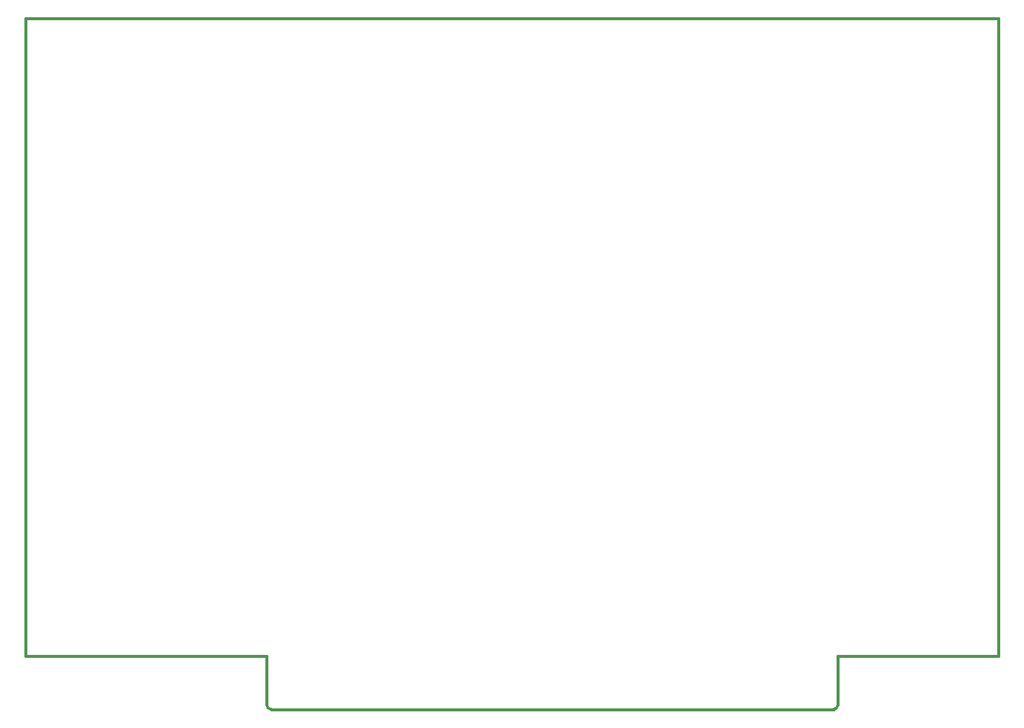
<source format=gm1>
%TF.GenerationSoftware,KiCad,Pcbnew,6.0.2+dfsg-1*%
%TF.CreationDate,2022-08-31T17:58:20-07:00*%
%TF.ProjectId,ISA-Card,4953412d-4361-4726-942e-6b696361645f,alpha*%
%TF.SameCoordinates,Original*%
%TF.FileFunction,Profile,NP*%
%FSLAX46Y46*%
G04 Gerber Fmt 4.6, Leading zero omitted, Abs format (unit mm)*
G04 Created by KiCad (PCBNEW 6.0.2+dfsg-1) date 2022-08-31 17:58:20*
%MOMM*%
%LPD*%
G01*
G04 APERTURE LIST*
%TA.AperFunction,Profile*%
%ADD10C,0.381000*%
%TD*%
G04 APERTURE END LIST*
D10*
X72390000Y-142240000D02*
X106680000Y-142240000D01*
X106680000Y-149225000D02*
G75*
G03*
X107315000Y-149860000I634999J-1D01*
G01*
X106680000Y-142240000D02*
X106680000Y-149225000D01*
X210820000Y-51435000D02*
X210820000Y-142240000D01*
X72390000Y-51435000D02*
X210820000Y-51435000D01*
X107315000Y-149860000D02*
X187325000Y-149860000D01*
X72390000Y-142240000D02*
X72390000Y-51435000D01*
X187325000Y-149860000D02*
G75*
G03*
X187960000Y-149225000I1J634999D01*
G01*
X187960000Y-142240000D02*
X187960000Y-149225000D01*
X187960000Y-142240000D02*
X210820000Y-142240000D01*
M02*

</source>
